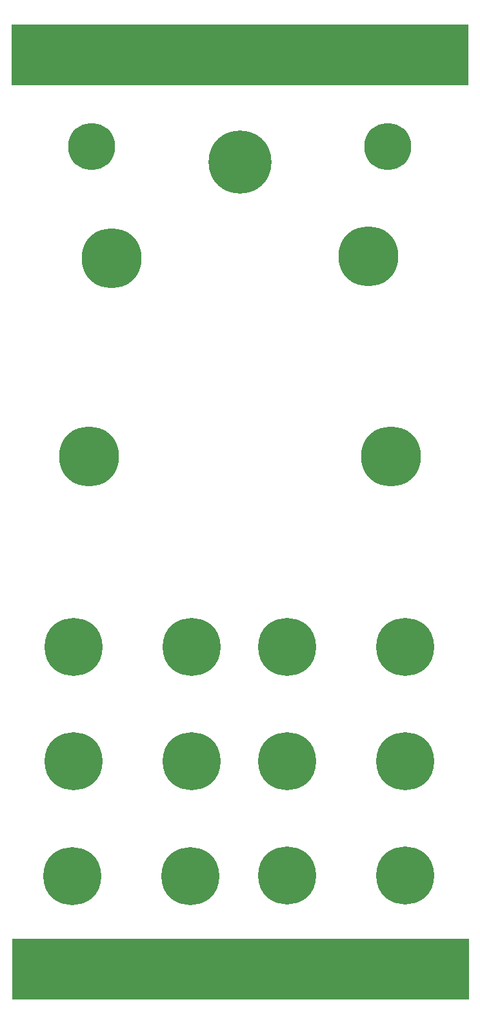
<source format=gbr>
G04 #@! TF.GenerationSoftware,KiCad,Pcbnew,7.0.6-0*
G04 #@! TF.CreationDate,2024-04-10T15:20:03-07:00*
G04 #@! TF.ProjectId,Sampler-built,53616d70-6c65-4722-9d62-75696c742e6b,rev?*
G04 #@! TF.SameCoordinates,PXb71b00PY73f50f0*
G04 #@! TF.FileFunction,Soldermask,Bot*
G04 #@! TF.FilePolarity,Negative*
%FSLAX46Y46*%
G04 Gerber Fmt 4.6, Leading zero omitted, Abs format (unit mm)*
G04 Created by KiCad (PCBNEW 7.0.6-0) date 2024-04-10 15:20:03*
%MOMM*%
%LPD*%
G01*
G04 APERTURE LIST*
%ADD10R,60.000000X8.000000*%
%ADD11C,7.874000*%
%ADD12C,8.255000*%
%ADD13C,7.620000*%
%ADD14C,6.172200*%
%ADD15O,7.366000X4.191000*%
G04 APERTURE END LIST*
D10*
G04 #@! TO.C,*
X153950000Y-9250000D03*
G04 #@! TD*
G04 #@! TO.C,REF\u002A\u002A*
X153910000Y110670000D03*
G04 #@! TD*
D11*
G04 #@! TO.C,REF\u002A\u002A*
X170760000Y84180000D03*
G04 #@! TD*
D12*
G04 #@! TO.C,LOCK1*
X153873352Y96549922D03*
G04 #@! TD*
D13*
G04 #@! TO.C,REF\u002A\u002A*
X147563352Y17999922D03*
G04 #@! TD*
D11*
G04 #@! TO.C,REF\u002A\u002A*
X134063352Y57999922D03*
G04 #@! TD*
D13*
G04 #@! TO.C,REF\u002A\u002A*
X132063352Y17999922D03*
G04 #@! TD*
G04 #@! TO.C,REF\u002A\u002A*
X175591352Y2999922D03*
G04 #@! TD*
G04 #@! TO.C,REF\u002A\u002A*
X132063352Y32999922D03*
G04 #@! TD*
G04 #@! TO.C,REF\u002A\u002A*
X160063352Y17999922D03*
G04 #@! TD*
D14*
G04 #@! TO.C,REF\u002A\u002A*
X173313352Y98649922D03*
G04 #@! TD*
D13*
G04 #@! TO.C,REF\u002A\u002A*
X160063352Y2999922D03*
G04 #@! TD*
G04 #@! TO.C,REF\u002A\u002A*
X160063352Y32999922D03*
G04 #@! TD*
G04 #@! TO.C,REF\u002A\u002A*
X175591352Y32999922D03*
G04 #@! TD*
D11*
G04 #@! TO.C,REF\u002A\u002A*
X137063352Y83999922D03*
G04 #@! TD*
D13*
G04 #@! TO.C,REF\u002A\u002A*
X147563352Y32999922D03*
G04 #@! TD*
D11*
G04 #@! TO.C,REF\u002A\u002A*
X173691352Y57999922D03*
G04 #@! TD*
D14*
G04 #@! TO.C,REF\u002A\u002A*
X134441352Y98649922D03*
G04 #@! TD*
D13*
G04 #@! TO.C,REF\u002A\u002A*
X131899152Y2954362D03*
G04 #@! TD*
G04 #@! TO.C,REF\u002A\u002A*
X147399152Y2954362D03*
G04 #@! TD*
G04 #@! TO.C,REF\u002A\u002A*
X175591352Y17999922D03*
G04 #@! TD*
D15*
G04 #@! TO.C,REF\u002A\u002A*
X176732000Y-10592800D03*
G04 #@! TD*
G04 #@! TO.C,REF\u002A\u002A*
X131118000Y-10592800D03*
G04 #@! TD*
G04 #@! TO.C,REF\u002A\u002A*
X176732000Y111912800D03*
G04 #@! TD*
G04 #@! TO.C,REF\u002A\u002A*
X131118000Y111912800D03*
G04 #@! TD*
M02*

</source>
